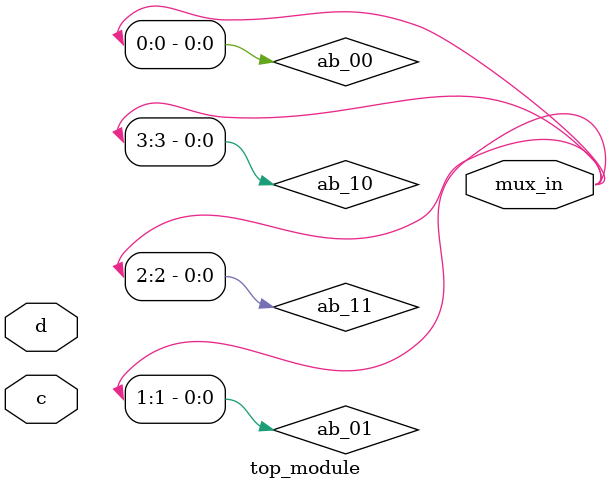
<source format=sv>
module top_module (
	input c,
	input d,
	output [3:0] mux_in
);

wire ab_00, ab_01, ab_11, ab_10;

// Generate the a'b' inputs for the mux
not (c, d, ab_00);
and (c, d, ab_01);
and (c, d, ab_11);
or (c, d, ab_10);

// Connect the outputs to the mux inputs
assign mux_in[0] = ab_00;
assign mux_in[1] = ab_01;
assign mux_in[2] = ab_11;
assign mux_in[3] = ab_10;

endmodule

</source>
